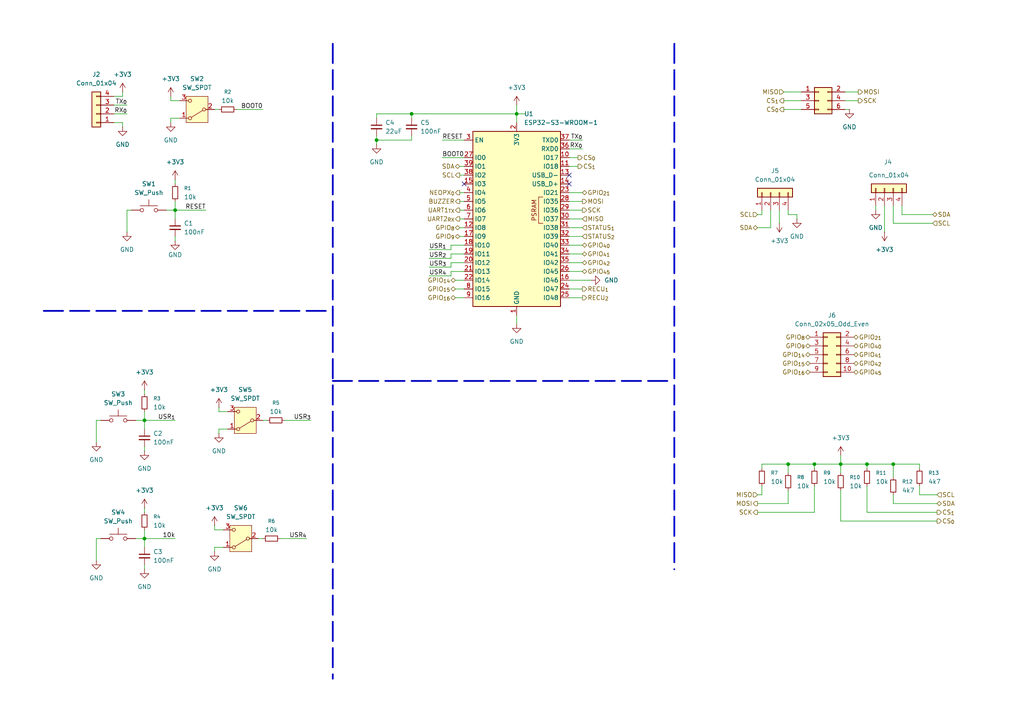
<source format=kicad_sch>
(kicad_sch (version 20250114) (generator "eeschema") (generator_version "9.0")
  (paper "A4")
  (lib_symbols
    (symbol "Connector_Generic:Conn_01x04" (pin_names (offset 1.016) (hide yes))
      (property "Reference" "J" (at 0 5.08 0))
      (property "Value" "Conn_01x04" (at 0 -7.62 0))
      (symbol "Conn_01x04_1_1"
        (rectangle (start -1.27 3.81) (end 1.27 -6.35) (stroke (width 0.254)) (fill (type background)))
        (rectangle (start -1.27 2.667) (end 0 2.413) (stroke (width 0.1524)))
        (rectangle (start -1.27 0.127) (end 0 -0.127) (stroke (width 0.1524)))
        (rectangle (start -1.27 -2.413) (end 0 -2.667) (stroke (width 0.1524)))
        (rectangle (start -1.27 -4.953) (end 0 -5.207) (stroke (width 0.1524)))
        (pin passive line (at -5.08 2.54 0) (length 3.81) (name "Pin_1") (number "1"))
        (pin passive line (at -5.08 0 0) (length 3.81) (name "Pin_2") (number "2"))
        (pin passive line (at -5.08 -2.54 0) (length 3.81) (name "Pin_3") (number "3"))
        (pin passive line (at -5.08 -5.08 0) (length 3.81) (name "Pin_4") (number "4"))
      )
    )
    (symbol "Connector_Generic:Conn_02x03_Odd_Even" (pin_names (offset 1.016) (hide yes))
      (property "Reference" "J" (at 1.27 5.08 0))
      (property "Value" "Conn_02x03_Odd_Even" (at 1.27 -5.08 0))
      (symbol "Conn_02x03_Odd_Even_1_1"
        (rectangle (start -1.27 3.81) (end 3.81 -3.81) (stroke (width 0.254)) (fill (type background)))
        (rectangle (start -1.27 2.667) (end 0 2.413) (stroke (width 0.1524)))
        (rectangle (start -1.27 0.127) (end 0 -0.127) (stroke (width 0.1524)))
        (rectangle (start -1.27 -2.413) (end 0 -2.667) (stroke (width 0.1524)))
        (rectangle (start 3.81 2.667) (end 2.54 2.413) (stroke (width 0.1524)))
        (rectangle (start 3.81 0.127) (end 2.54 -0.127) (stroke (width 0.1524)))
        (rectangle (start 3.81 -2.413) (end 2.54 -2.667) (stroke (width 0.1524)))
        (pin passive line (at -5.08 2.54 0) (length 3.81) (name "Pin_1") (number "1"))
        (pin passive line (at -5.08 0 0) (length 3.81) (name "Pin_3") (number "3"))
        (pin passive line (at -5.08 -2.54 0) (length 3.81) (name "Pin_5") (number "5"))
        (pin passive line (at 7.62 2.54 180) (length 3.81) (name "Pin_2") (number "2"))
        (pin passive line (at 7.62 0 180) (length 3.81) (name "Pin_4") (number "4"))
        (pin passive line (at 7.62 -2.54 180) (length 3.81) (name "Pin_6") (number "6"))
      )
    )
    (symbol "Connector_Generic:Conn_02x05_Odd_Even" (pin_names (offset 1.016) (hide yes))
      (property "Reference" "J" (at 1.27 7.62 0))
      (property "Value" "Conn_02x05_Odd_Even" (at 1.27 -7.62 0))
      (symbol "Conn_02x05_Odd_Even_1_1"
        (rectangle (start -1.27 6.35) (end 3.81 -6.35) (stroke (width 0.254)) (fill (type background)))
        (rectangle (start -1.27 5.207) (end 0 4.953) (stroke (width 0.1524)))
        (rectangle (start -1.27 2.667) (end 0 2.413) (stroke (width 0.1524)))
        (rectangle (start -1.27 0.127) (end 0 -0.127) (stroke (width 0.1524)))
        (rectangle (start -1.27 -2.413) (end 0 -2.667) (stroke (width 0.1524)))
        (rectangle (start -1.27 -4.953) (end 0 -5.207) (stroke (width 0.1524)))
        (rectangle (start 3.81 5.207) (end 2.54 4.953) (stroke (width 0.1524)))
        (rectangle (start 3.81 2.667) (end 2.54 2.413) (stroke (width 0.1524)))
        (rectangle (start 3.81 0.127) (end 2.54 -0.127) (stroke (width 0.1524)))
        (rectangle (start 3.81 -2.413) (end 2.54 -2.667) (stroke (width 0.1524)))
        (rectangle (start 3.81 -4.953) (end 2.54 -5.207) (stroke (width 0.1524)))
        (pin passive line (at -5.08 5.08 0) (length 3.81) (name "Pin_1") (number "1"))
        (pin passive line (at -5.08 2.54 0) (length 3.81) (name "Pin_3") (number "3"))
        (pin passive line (at -5.08 0 0) (length 3.81) (name "Pin_5") (number "5"))
        (pin passive line (at -5.08 -2.54 0) (length 3.81) (name "Pin_7") (number "7"))
        (pin passive line (at -5.08 -5.08 0) (length 3.81) (name "Pin_9") (number "9"))
        (pin passive line (at 7.62 5.08 180) (length 3.81) (name "Pin_2") (number "2"))
        (pin passive line (at 7.62 2.54 180) (length 3.81) (name "Pin_4") (number "4"))
        (pin passive line (at 7.62 0 180) (length 3.81) (name "Pin_6") (number "6"))
        (pin passive line (at 7.62 -2.54 180) (length 3.81) (name "Pin_8") (number "8"))
        (pin passive line (at 7.62 -5.08 180) (length 3.81) (name "Pin_10") (number "10"))
      )
    )
    (symbol "Device:C_Small" (pin_numbers (hide yes)) (pin_names (offset 0.254) (hide yes))
      (property "Reference" "C" (at 0.254 1.778 0))
      (property "Value" "C_Small" (at 0.254 -2.032 0))
      (symbol "C_Small_0_1"
        (polyline (pts (xy -1.524 0.508) (xy 1.524 0.508)) (stroke (width 0.3048)))
        (polyline (pts (xy -1.524 -0.508) (xy 1.524 -0.508)) (stroke (width 0.3302)))
      )
      (symbol "C_Small_1_1"
        (pin passive line (at 0 2.54 270) (length 2.032) (name "~") (number "1"))
        (pin passive line (at 0 -2.54 90) (length 2.032) (name "~") (number "2"))
      )
    )
    (symbol "Device:R_Small" (pin_numbers (hide yes)) (pin_names (offset 0.254) (hide yes))
      (property "Reference" "R" (at 0 0 90))
      (property "Value" "R_Small" (at 1.778 0 90))
      (symbol "R_Small_0_1"
        (rectangle (start -0.762 1.778) (end 0.762 -1.778) (stroke (width 0.2032)))
      )
      (symbol "R_Small_1_1"
        (pin passive line (at 0 2.54 270) (length 0.762) (name "~") (number "1"))
        (pin passive line (at 0 -2.54 90) (length 0.762) (name "~") (number "2"))
      )
    )
    (symbol "RF_Module:ESP32-S3-WROOM-1"
      (property "Reference" "U" (at -12.7 26.67 0))
      (property "Value" "ESP32-S3-WROOM-1" (at 12.7 26.67 0))
      (symbol "ESP32-S3-WROOM-1_0_0"
        (rectangle (start -12.7 25.4) (end 12.7 -25.4) (stroke (width 0.254)) (fill (type background)))
        (text "PSRAM" (at 5.08 2.54 900) (effects (font (size 1.27 1.27))))
      )
      (symbol "ESP32-S3-WROOM-1_0_1"
        (polyline (pts (xy 7.62 -1.27) (xy 6.35 -1.27) (xy 6.35 6.35) (xy 7.62 6.35)))
      )
      (symbol "ESP32-S3-WROOM-1_1_1"
        (pin input line (at -15.24 22.86 0) (length 2.54) (name "EN") (number "3"))
        (pin bidirectional line (at -15.24 17.78 0) (length 2.54) (name "IO0") (number "27"))
        (pin bidirectional line (at -15.24 15.24 0) (length 2.54) (name "IO1") (number "39"))
        (pin bidirectional line (at -15.24 12.7 0) (length 2.54) (name "IO2") (number "38"))
        (pin bidirectional line (at -15.24 10.16 0) (length 2.54) (name "IO3") (number "15"))
        (pin bidirectional line (at -15.24 7.62 0) (length 2.54) (name "IO4") (number "4"))
        (pin bidirectional line (at -15.24 5.08 0) (length 2.54) (name "IO5") (number "5"))
        (pin bidirectional line (at -15.24 2.54 0) (length 2.54) (name "IO6") (number "6"))
        (pin bidirectional line (at -15.24 0 0) (length 2.54) (name "IO7") (number "7"))
        (pin bidirectional line (at -15.24 -2.54 0) (length 2.54) (name "IO8") (number "12"))
        (pin bidirectional line (at -15.24 -5.08 0) (length 2.54) (name "IO9") (number "17"))
        (pin bidirectional line (at -15.24 -7.62 0) (length 2.54) (name "IO10") (number "18"))
        (pin bidirectional line (at -15.24 -10.16 0) (length 2.54) (name "IO11") (number "19"))
        (pin bidirectional line (at -15.24 -12.7 0) (length 2.54) (name "IO12") (number "20"))
        (pin bidirectional line (at -15.24 -15.24 0) (length 2.54) (name "IO13") (number "21"))
        (pin bidirectional line (at -15.24 -17.78 0) (length 2.54) (name "IO14") (number "22"))
        (pin bidirectional line (at -15.24 -20.32 0) (length 2.54) (name "IO15") (number "8"))
        (pin bidirectional line (at -15.24 -22.86 0) (length 2.54) (name "IO16") (number "9"))
        (pin power_in line (at 0 27.94 270) (length 2.54) (name "3V3") (number "2"))
        (pin power_in line (at 0 -27.94 90) (length 2.54) (name "GND") (number "1"))
        (pin passive line (at 0 -27.94 90) (length 2.54) (hide yes) (name "GND") (number "40"))
        (pin passive line (at 0 -27.94 90) (length 2.54) (hide yes) (name "GND") (number "41"))
        (pin bidirectional line (at 15.24 22.86 180) (length 2.54) (name "TXD0") (number "37"))
        (pin bidirectional line (at 15.24 20.32 180) (length 2.54) (name "RXD0") (number "36"))
        (pin bidirectional line (at 15.24 17.78 180) (length 2.54) (name "IO17") (number "10"))
        (pin bidirectional line (at 15.24 15.24 180) (length 2.54) (name "IO18") (number "11"))
        (pin bidirectional line (at 15.24 12.7 180) (length 2.54) (name "USB_D-") (number "13"))
        (pin bidirectional line (at 15.24 10.16 180) (length 2.54) (name "USB_D+") (number "14"))
        (pin bidirectional line (at 15.24 7.62 180) (length 2.54) (name "IO21") (number "23"))
        (pin bidirectional line (at 15.24 5.08 180) (length 2.54) (name "IO35") (number "28"))
        (pin bidirectional line (at 15.24 2.54 180) (length 2.54) (name "IO36") (number "29"))
        (pin bidirectional line (at 15.24 0 180) (length 2.54) (name "IO37") (number "30"))
        (pin bidirectional line (at 15.24 -2.54 180) (length 2.54) (name "IO38") (number "31"))
        (pin bidirectional line (at 15.24 -5.08 180) (length 2.54) (name "IO39") (number "32"))
        (pin bidirectional line (at 15.24 -7.62 180) (length 2.54) (name "IO40") (number "33"))
        (pin bidirectional line (at 15.24 -10.16 180) (length 2.54) (name "IO41") (number "34"))
        (pin bidirectional line (at 15.24 -12.7 180) (length 2.54) (name "IO42") (number "35"))
        (pin bidirectional line (at 15.24 -15.24 180) (length 2.54) (name "IO45") (number "26"))
        (pin bidirectional line (at 15.24 -17.78 180) (length 2.54) (name "IO46") (number "16"))
        (pin bidirectional line (at 15.24 -20.32 180) (length 2.54) (name "IO47") (number "24"))
        (pin bidirectional line (at 15.24 -22.86 180) (length 2.54) (name "IO48") (number "25"))
      )
    )
    (symbol "Switch:SW_Push" (pin_numbers (hide yes)) (pin_names (offset 1.016) (hide yes))
      (property "Reference" "SW" (at 1.27 2.54 0))
      (property "Value" "SW_Push" (at 0 -1.524 0))
      (symbol "SW_Push_0_1"
        (circle (center -2.032 0) (radius 0.508))
        (polyline (pts (xy 0 1.27) (xy 0 3.048)))
        (circle (center 2.032 0) (radius 0.508))
        (polyline (pts (xy 2.54 1.27) (xy -2.54 1.27)))
        (pin passive line (at -5.08 0 0) (length 2.54) (name "1") (number "1"))
        (pin passive line (at 5.08 0 180) (length 2.54) (name "2") (number "2"))
      )
    )
    (symbol "Switch:SW_SPDT" (pin_names (offset 0) (hide yes))
      (property "Reference" "SW" (at 0 5.08 0))
      (property "Value" "SW_SPDT" (at 0 -5.08 0))
      (symbol "SW_SPDT_0_1"
        (circle (center -2.032 0) (radius 0.4572))
        (polyline (pts (xy -1.651 0.254) (xy 1.651 2.286)))
        (circle (center 2.032 2.54) (radius 0.4572))
        (circle (center 2.032 -2.54) (radius 0.4572))
      )
      (symbol "SW_SPDT_1_1"
        (rectangle (start -3.175 3.81) (end 3.175 -3.81) (fill (type background)))
        (pin passive line (at -5.08 0 0) (length 2.54) (name "B") (number "2"))
        (pin passive line (at 5.08 2.54 180) (length 2.54) (name "A") (number "1"))
        (pin passive line (at 5.08 -2.54 180) (length 2.54) (name "C") (number "3"))
      )
    )
    (symbol "power:+3V3" (power) (pin_numbers (hide yes)) (pin_names (offset 0) (hide yes))
      (property "Value" "+3V3" (at 0 3.556 0))
      (symbol "+3V3_0_1"
        (polyline (pts (xy -0.762 1.27) (xy 0 2.54)))
        (polyline (pts (xy 0 2.54) (xy 0.762 1.27)))
        (polyline (pts (xy 0 0) (xy 0 2.54)))
      )
      (symbol "+3V3_1_1"
        (pin power_in line (at 0 0 90) (length 0) (name "~") (number "1"))
      )
    )
    (symbol "power:GND" (power) (pin_numbers (hide yes)) (pin_names (offset 0) (hide yes))
      (property "Value" "GND" (at 0 -3.81 0))
      (symbol "GND_0_1"
        (polyline (pts (xy 0 0) (xy 0 -1.27) (xy 1.27 -1.27) (xy 0 -2.54) (xy -1.27 -1.27) (xy 0 -1.27)))
      )
      (symbol "GND_1_1"
        (pin power_in line (at 0 0 270) (length 0) (name "~") (number "1"))
      )
    )
  )
  (junction (at 50.8 60.96))
  (junction (at 109.22 40.64))
  (junction (at 41.91 121.92))
  (junction (at 228.6 134.62))
  (junction (at 259.08 134.62))
  (junction (at 119.38 33.02))
  (junction (at 149.86 33.02))
  (junction (at 251.46 134.62))
  (junction (at 236.22 134.62))
  (junction (at 243.84 134.62))
  (junction (at 41.91 156.21))
  (no_connect (at 134.62 53.34))
  (no_connect (at 165.1 53.34))
  (no_connect (at 165.1 50.8))
  (wire (pts (xy 132.08 83.82) (xy 134.62 83.82)))
  (wire (pts (xy 251.46 135.89) (xy 251.46 134.62)))
  (wire (pts (xy 41.91 130.81) (xy 41.91 129.54)))
  (polyline (pts (xy 12.7 90.17) (xy 96.52 90.17)) (stroke (width 0.508) (type dash)))
  (wire (pts (xy 132.08 86.36) (xy 134.62 86.36)))
  (wire (pts (xy 219.71 146.05) (xy 228.6 146.05)))
  (wire (pts (xy 33.02 33.02) (xy 36.83 33.02)))
  (wire (pts (xy 167.64 45.72) (xy 165.1 45.72)))
  (wire (pts (xy 63.5 125.73) (xy 63.5 124.46)))
  (wire (pts (xy 251.46 140.97) (xy 251.46 148.59)))
  (wire (pts (xy 49.53 34.29) (xy 52.07 34.29)))
  (wire (pts (xy 76.2 121.92) (xy 77.47 121.92)))
  (wire (pts (xy 168.91 40.64) (xy 165.1 40.64)))
  (wire (pts (xy 133.35 58.42) (xy 134.62 58.42)))
  (wire (pts (xy 124.46 74.93) (xy 130.81 74.93)))
  (wire (pts (xy 74.93 156.21) (xy 76.2 156.21)))
  (wire (pts (xy 128.27 40.64) (xy 134.62 40.64)))
  (wire (pts (xy 109.22 33.02) (xy 119.38 33.02)))
  (wire (pts (xy 50.8 121.92) (xy 41.91 121.92)))
  (wire (pts (xy 243.84 142.24) (xy 243.84 151.13)))
  (wire (pts (xy 124.46 77.47) (xy 130.81 77.47)))
  (wire (pts (xy 130.81 71.12) (xy 134.62 71.12)))
  (wire (pts (xy 243.84 134.62) (xy 243.84 132.08)))
  (wire (pts (xy 231.14 62.23) (xy 228.6 62.23)))
  (wire (pts (xy 236.22 148.59) (xy 236.22 140.97)))
  (wire (pts (xy 228.6 146.05) (xy 228.6 142.24)))
  (wire (pts (xy 165.1 66.04) (xy 168.91 66.04)))
  (wire (pts (xy 109.22 40.64) (xy 119.38 40.64)))
  (wire (pts (xy 50.8 53.34) (xy 50.8 52.07)))
  (wire (pts (xy 109.22 40.64) (xy 109.22 39.37)))
  (wire (pts (xy 165.1 86.36) (xy 168.91 86.36)))
  (wire (pts (xy 35.56 26.67) (xy 35.56 27.94)))
  (wire (pts (xy 130.81 78.74) (xy 134.62 78.74)))
  (wire (pts (xy 243.84 134.62) (xy 236.22 134.62)))
  (wire (pts (xy 133.35 55.88) (xy 134.62 55.88)))
  (wire (pts (xy 149.86 33.02) (xy 149.86 35.56)))
  (wire (pts (xy 50.8 156.21) (xy 41.91 156.21)))
  (wire (pts (xy 27.94 156.21) (xy 29.21 156.21)))
  (wire (pts (xy 133.35 66.04) (xy 134.62 66.04)))
  (wire (pts (xy 133.35 63.5) (xy 134.62 63.5)))
  (wire (pts (xy 266.7 143.51) (xy 271.78 143.51)))
  (wire (pts (xy 165.1 78.74) (xy 168.91 78.74)))
  (wire (pts (xy 88.9 156.21) (xy 81.28 156.21)))
  (wire (pts (xy 167.64 48.26) (xy 165.1 48.26)))
  (wire (pts (xy 165.1 55.88) (xy 168.91 55.88)))
  (wire (pts (xy 62.23 160.02) (xy 62.23 158.75)))
  (wire (pts (xy 35.56 27.94) (xy 33.02 27.94)))
  (wire (pts (xy 165.1 76.2) (xy 168.91 76.2)))
  (wire (pts (xy 133.35 50.8) (xy 134.62 50.8)))
  (wire (pts (xy 165.1 73.66) (xy 168.91 73.66)))
  (polyline (pts (xy 195.58 12.7) (xy 195.58 165.1)) (stroke (width 0.508) (type dash)))
  (wire (pts (xy 41.91 148.59) (xy 41.91 147.32)))
  (wire (pts (xy 165.1 60.96) (xy 168.91 60.96)))
  (wire (pts (xy 76.2 31.75) (xy 68.58 31.75)))
  (polyline (pts (xy 96.52 110.49) (xy 194.31 110.49)) (stroke (width 0.508) (type dash)))
  (wire (pts (xy 227.33 31.75) (xy 232.41 31.75)))
  (wire (pts (xy 59.69 60.96) (xy 50.8 60.96)))
  (wire (pts (xy 220.98 134.62) (xy 228.6 134.62)))
  (wire (pts (xy 41.91 156.21) (xy 41.91 153.67)))
  (wire (pts (xy 41.91 158.75) (xy 41.91 156.21)))
  (wire (pts (xy 227.33 26.67) (xy 232.41 26.67)))
  (wire (pts (xy 245.11 26.67) (xy 248.92 26.67)))
  (wire (pts (xy 132.08 81.28) (xy 134.62 81.28)))
  (wire (pts (xy 50.8 63.5) (xy 50.8 60.96)))
  (wire (pts (xy 36.83 67.31) (xy 36.83 60.96)))
  (wire (pts (xy 63.5 124.46) (xy 66.04 124.46)))
  (wire (pts (xy 130.81 76.2) (xy 134.62 76.2)))
  (wire (pts (xy 62.23 158.75) (xy 64.77 158.75)))
  (wire (pts (xy 251.46 148.59) (xy 271.78 148.59)))
  (wire (pts (xy 133.35 48.26) (xy 134.62 48.26)))
  (wire (pts (xy 41.91 114.3) (xy 41.91 113.03)))
  (wire (pts (xy 124.46 72.39) (xy 130.81 72.39)))
  (wire (pts (xy 236.22 134.62) (xy 228.6 134.62)))
  (wire (pts (xy 243.84 137.16) (xy 243.84 134.62)))
  (wire (pts (xy 39.37 121.92) (xy 41.91 121.92)))
  (wire (pts (xy 259.08 146.05) (xy 259.08 143.51)))
  (wire (pts (xy 119.38 33.02) (xy 149.86 33.02)))
  (wire (pts (xy 27.94 128.27) (xy 27.94 121.92)))
  (wire (pts (xy 228.6 134.62) (xy 228.6 137.16)))
  (wire (pts (xy 36.83 30.48) (xy 33.02 30.48)))
  (wire (pts (xy 133.35 68.58) (xy 134.62 68.58)))
  (wire (pts (xy 36.83 60.96) (xy 38.1 60.96)))
  (wire (pts (xy 63.5 118.11) (xy 63.5 119.38)))
  (wire (pts (xy 130.81 80.01) (xy 130.81 78.74)))
  (wire (pts (xy 165.1 43.18) (xy 168.91 43.18)))
  (wire (pts (xy 165.1 63.5) (xy 168.91 63.5)))
  (wire (pts (xy 227.33 29.21) (xy 232.41 29.21)))
  (wire (pts (xy 49.53 35.56) (xy 49.53 34.29)))
  (wire (pts (xy 219.71 62.23) (xy 220.98 62.23)))
  (wire (pts (xy 266.7 134.62) (xy 266.7 135.89)))
  (wire (pts (xy 266.7 143.51) (xy 266.7 140.97)))
  (wire (pts (xy 219.71 148.59) (xy 236.22 148.59)))
  (wire (pts (xy 220.98 62.23) (xy 220.98 60.96)))
  (wire (pts (xy 165.1 58.42) (xy 168.91 58.42)))
  (wire (pts (xy 48.26 60.96) (xy 50.8 60.96)))
  (wire (pts (xy 130.81 74.93) (xy 130.81 73.66)))
  (wire (pts (xy 231.14 62.23) (xy 231.14 63.5)))
  (wire (pts (xy 50.8 60.96) (xy 50.8 58.42)))
  (wire (pts (xy 246.38 31.75) (xy 245.11 31.75)))
  (wire (pts (xy 128.27 45.72) (xy 134.62 45.72)))
  (wire (pts (xy 261.62 59.69) (xy 261.62 62.23)))
  (wire (pts (xy 259.08 64.77) (xy 270.51 64.77)))
  (wire (pts (xy 228.6 62.23) (xy 228.6 60.96)))
  (wire (pts (xy 49.53 29.21) (xy 52.07 29.21)))
  (wire (pts (xy 133.35 60.96) (xy 134.62 60.96)))
  (wire (pts (xy 236.22 135.89) (xy 236.22 134.62)))
  (wire (pts (xy 243.84 134.62) (xy 251.46 134.62)))
  (wire (pts (xy 259.08 134.62) (xy 259.08 138.43)))
  (wire (pts (xy 50.8 69.85) (xy 50.8 68.58)))
  (wire (pts (xy 219.71 66.04) (xy 223.52 66.04)))
  (wire (pts (xy 152.4 33.02) (xy 149.86 33.02)))
  (wire (pts (xy 41.91 165.1) (xy 41.91 163.83)))
  (wire (pts (xy 35.56 35.56) (xy 33.02 35.56)))
  (wire (pts (xy 130.81 77.47) (xy 130.81 76.2)))
  (polyline (pts (xy 96.52 12.7) (xy 96.52 196.85)) (stroke (width 0.508) (type dash)))
  (wire (pts (xy 220.98 143.51) (xy 220.98 140.97)))
  (wire (pts (xy 41.91 124.46) (xy 41.91 121.92)))
  (wire (pts (xy 270.51 62.23) (xy 261.62 62.23)))
  (wire (pts (xy 259.08 59.69) (xy 259.08 64.77)))
  (wire (pts (xy 165.1 71.12) (xy 168.91 71.12)))
  (wire (pts (xy 35.56 36.83) (xy 35.56 35.56)))
  (wire (pts (xy 62.23 153.67) (xy 64.77 153.67)))
  (wire (pts (xy 119.38 40.64) (xy 119.38 39.37)))
  (wire (pts (xy 226.06 64.77) (xy 226.06 60.96)))
  (wire (pts (xy 39.37 156.21) (xy 41.91 156.21)))
  (wire (pts (xy 219.71 143.51) (xy 220.98 143.51)))
  (wire (pts (xy 165.1 83.82) (xy 168.91 83.82)))
  (wire (pts (xy 220.98 134.62) (xy 220.98 135.89)))
  (wire (pts (xy 165.1 68.58) (xy 168.91 68.58)))
  (wire (pts (xy 62.23 152.4) (xy 62.23 153.67)))
  (wire (pts (xy 271.78 146.05) (xy 259.08 146.05)))
  (wire (pts (xy 223.52 66.04) (xy 223.52 60.96)))
  (wire (pts (xy 49.53 27.94) (xy 49.53 29.21)))
  (wire (pts (xy 245.11 29.21) (xy 248.92 29.21)))
  (wire (pts (xy 124.46 80.01) (xy 130.81 80.01)))
  (wire (pts (xy 165.1 81.28) (xy 171.45 81.28)))
  (wire (pts (xy 119.38 33.02) (xy 119.38 34.29)))
  (wire (pts (xy 90.17 121.92) (xy 82.55 121.92)))
  (wire (pts (xy 254 60.96) (xy 254 59.69)))
  (wire (pts (xy 41.91 121.92) (xy 41.91 119.38)))
  (wire (pts (xy 149.86 93.98) (xy 149.86 91.44)))
  (wire (pts (xy 251.46 134.62) (xy 259.08 134.62)))
  (wire (pts (xy 149.86 30.48) (xy 149.86 33.02)))
  (wire (pts (xy 63.5 119.38) (xy 66.04 119.38)))
  (wire (pts (xy 27.94 121.92) (xy 29.21 121.92)))
  (wire (pts (xy 27.94 162.56) (xy 27.94 156.21)))
  (wire (pts (xy 130.81 73.66) (xy 134.62 73.66)))
  (wire (pts (xy 259.08 134.62) (xy 266.7 134.62)))
  (wire (pts (xy 130.81 72.39) (xy 130.81 71.12)))
  (wire (pts (xy 243.84 151.13) (xy 271.78 151.13)))
  (wire (pts (xy 256.54 67.31) (xy 256.54 59.69)))
  (wire (pts (xy 62.23 31.75) (xy 63.5 31.75)))
  (wire (pts (xy 109.22 41.91) (xy 109.22 40.64)))
  (wire (pts (xy 109.22 33.02) (xy 109.22 34.29)))
  (label "BOOT0" (at 128.27 45.72 0))
  (label "TX_{0}" (at 168.91 40.64 180))
  (label "10k" (at 50.8 156.21 180))
  (label "USR_{4}" (at 88.9 156.21 180))
  (label "" (at 168.91 55.88 0))
  (label "USR_{1}" (at 124.46 72.39 0))
  (label "RESET" (at 59.69 60.96 180))
  (label "TX_{0}" (at 36.83 30.48 180))
  (label "RX_{0}" (at 168.91 43.18 180))
  (label "USR_{1}" (at 50.8 121.92 180))
  (label "RESET" (at 128.27 40.64 0))
  (label "" (at 168.91 66.04 0))
  (label "USR_{3}" (at 90.17 121.92 180))
  (label "USR_{2}" (at 124.46 74.93 0))
  (label "BOOT0" (at 76.2 31.75 180))
  (label "RX_{0}" (at 36.83 33.02 180))
  (label "USR_{3}" (at 124.46 77.47 0))
  (label "USR_{4}" (at 124.46 80.01 0))
  (hierarchical_label "MOSI" (shape output) (at 248.92 26.67 0))
  (hierarchical_label "SCL" (shape input) (at 270.51 64.77 0))
  (hierarchical_label "GPIO_{45}" (shape bidirectional) (at 168.91 78.74 0))
  (hierarchical_label "CS_{0}" (shape output) (at 227.33 31.75 180))
  (hierarchical_label "GPIO_{8}" (shape bidirectional) (at 234.95 97.79 180))
  (hierarchical_label "GPIO_{14}" (shape bidirectional) (at 132.08 81.28 180))
  (hierarchical_label "GPIO_{40}" (shape bidirectional) (at 247.65 100.33 0))
  (hierarchical_label "GPIO_{9}" (shape bidirectional) (at 234.95 100.33 180))
  (hierarchical_label "SCL" (shape input) (at 271.78 143.51 0))
  (hierarchical_label "GPIO_{40}" (shape bidirectional) (at 168.91 71.12 0))
  (hierarchical_label "GPIO_{16}" (shape bidirectional) (at 234.95 107.95 180))
  (hierarchical_label "CS_{1}" (shape output) (at 227.33 29.21 180))
  (hierarchical_label "STATUS_{2}" (shape input) (at 168.91 68.58 0))
  (hierarchical_label "MOSI" (shape output) (at 168.91 58.42 0))
  (hierarchical_label "GPIO_{21}" (shape bidirectional) (at 168.91 55.88 0))
  (hierarchical_label "MISO" (shape input) (at 168.91 63.5 0))
  (hierarchical_label "CS_{1}" (shape output) (at 167.64 48.26 0))
  (hierarchical_label "MISO" (shape input) (at 227.33 26.67 180))
  (hierarchical_label "GPIO_{16}" (shape bidirectional) (at 132.08 86.36 180))
  (hierarchical_label "GPIO_{45}" (shape bidirectional) (at 247.65 107.95 0))
  (hierarchical_label "GPIO_{14}" (shape bidirectional) (at 234.95 102.87 180))
  (hierarchical_label "CS_{1}" (shape output) (at 271.78 148.59 0))
  (hierarchical_label "SDA" (shape bidirectional) (at 219.71 66.04 180))
  (hierarchical_label "MISO" (shape input) (at 219.71 143.51 180))
  (hierarchical_label "SCK" (shape output) (at 168.91 60.96 0))
  (hierarchical_label "SDA" (shape bidirectional) (at 270.51 62.23 0))
  (hierarchical_label "GPIO_{8}" (shape bidirectional) (at 133.35 66.04 180))
  (hierarchical_label "NEOPX_{0}" (shape output) (at 133.35 55.88 180))
  (hierarchical_label "GPIO_{42}" (shape bidirectional) (at 168.91 76.2 0))
  (hierarchical_label "GPIO_{21}" (shape bidirectional) (at 247.65 97.79 0))
  (hierarchical_label "RECU_{2}" (shape output) (at 168.91 86.36 0))
  (hierarchical_label "SDA" (shape bidirectional) (at 133.35 48.26 180))
  (hierarchical_label "GPIO_{9}" (shape bidirectional) (at 133.35 68.58 180))
  (hierarchical_label "UART2_{RX}" (shape output) (at 133.35 63.5 180))
  (hierarchical_label "MOSI" (shape output) (at 219.71 146.05 180))
  (hierarchical_label "SCK" (shape output) (at 219.71 148.59 180))
  (hierarchical_label "UART1_{TX}" (shape output) (at 133.35 60.96 180))
  (hierarchical_label "SCL" (shape input) (at 219.71 62.23 180))
  (hierarchical_label "SCL" (shape output) (at 133.35 50.8 180))
  (hierarchical_label "GPIO_{15}" (shape bidirectional) (at 132.08 83.82 180))
  (hierarchical_label "GPIO_{42}" (shape bidirectional) (at 247.65 105.41 0))
  (hierarchical_label "CS_{0}" (shape output) (at 271.78 151.13 0))
  (hierarchical_label "SDA" (shape bidirectional) (at 271.78 146.05 0))
  (hierarchical_label "RECU_{1}" (shape output) (at 168.91 83.82 0))
  (hierarchical_label "SCK" (shape output) (at 248.92 29.21 0))
  (hierarchical_label "GPIO_{41}" (shape bidirectional) (at 247.65 102.87 0))
  (hierarchical_label "CS_{0}" (shape output) (at 167.64 45.72 0))
  (hierarchical_label "GPIO_{41}" (shape bidirectional) (at 168.91 73.66 0))
  (hierarchical_label "BUZZER" (shape output) (at 133.35 58.42 180))
  (hierarchical_label "GPIO_{15}" (shape bidirectional) (at 234.95 105.41 180))
  (hierarchical_label "STATUS_{1}" (shape input) (at 168.91 66.04 0))
  (symbol (lib_id "power:+3V3") (at 226.06 64.77 180) (unit 1)
    (property "Reference" "#PWR025" (effects (hide yes)))
    (property "Value" "+3V3" (at 226.06 69.85 0))
    (property "Description" "Power symbol creates a global label with name \"+3V3\"" (effects (hide yes)))
  )
  (symbol (lib_id "Switch:SW_SPDT") (at 71.12 121.92 180) (unit 1)
    (property "Reference" "SW5" (at 71.12 113.03 0))
    (property "Value" "SW_SPDT" (at 71.12 115.57 0))
    (property "Description" "Switch, single pole double throw" (effects (hide yes)))
  )
  (symbol (lib_id "Connector_Generic:Conn_02x03_Odd_Even") (at 237.49 29.21 0) (unit 1)
    (property "Reference" "J3" (effects (hide yes)))
    (property "Value" "02x03" (effects (hide yes)))
    (property "Footprint" "Connector_PinHeader_2.54mm:PinHeader_1x03_P2.54mm_Vertical" (effects (hide yes)))
    (property "Description" "Generic connector, double row, 02x03, odd/even pin numbering scheme (row 1 odd numbers, row 2 even numbers), script generated (kicad-library-utils/schlib/autogen/connector/)" (effects (hide yes)))
  )
  (symbol (lib_id "Device:R_Small") (at 50.8 55.88 0) (unit 1)
    (property "Reference" "R1" (at 53.34 54.6099 0) (effects (font (size 1.016 1.016)) (justify left)))
    (property "Value" "10k" (at 53.34 57.1499 0) (effects (justify left)))
    (property "Footprint" "Resistor_SMD:R_0805_2012Metric" (effects (hide yes)))
    (property "Description" "Resistor, small symbol" (effects (hide yes)))
  )
  (symbol (lib_id "power:+3V3") (at 243.84 132.08 0) (unit 1)
    (property "Reference" "#PWR027" (effects (hide yes)))
    (property "Value" "+3V3" (at 243.84 127 0))
    (property "Description" "Power symbol creates a global label with name \"+3V3\"" (effects (hide yes)))
  )
  (symbol (lib_id "Device:R_Small") (at 259.08 140.97 180) (unit 1)
    (property "Reference" "R12" (at 261.62 139.6999 0) (effects (font (size 1.016 1.016)) (justify right)))
    (property "Value" "4k7" (at 261.62 142.2399 0) (effects (justify right)))
    (property "Footprint" "Resistor_SMD:R_0805_2012Metric" (effects (hide yes)))
    (property "Description" "Resistor, small symbol" (effects (hide yes)))
  )
  (symbol (lib_id "Connector_Generic:Conn_01x04") (at 223.52 55.88 90) (unit 1)
    (property "Reference" "J5" (at 224.79 49.53 90))
    (property "Value" "Conn_01x04" (at 224.79 52.07 90))
    (property "Footprint" "Connector_JST:JST_SH_BM04B-SRSS-TB_1x04-1MP_P1.00mm_Vertical" (effects (hide yes)))
    (property "Description" "Generic connector, single row, 01x04, script generated (kicad-library-utils/schlib/autogen/connector/)" (effects (hide yes)))
  )
  (symbol (lib_id "Device:R_Small") (at 228.6 139.7 180) (unit 1)
    (property "Reference" "R8" (at 231.14 138.4299 0) (effects (font (size 1.016 1.016)) (justify right)))
    (property "Value" "10k" (at 231.14 140.9699 0) (effects (justify right)))
    (property "Footprint" "Resistor_SMD:R_0805_2012Metric" (effects (hide yes)))
    (property "Description" "Resistor, small symbol" (effects (hide yes)))
  )
  (symbol (lib_id "Switch:SW_Push") (at 34.29 121.92 0) (unit 1)
    (property "Reference" "SW3" (at 34.29 114.3 0))
    (property "Value" "SW_Push" (at 34.29 116.84 0))
    (property "Footprint" "Button_Switch_SMD:SW_SPST_SKQG_WithStem" (effects (hide yes)))
    (property "Description" "Push button switch, generic, two pins" (effects (hide yes)))
  )
  (symbol (lib_id "power:GND") (at 109.22 41.91 0) (unit 1)
    (property "Reference" "#PWR024" (effects (hide yes)))
    (property "Value" "GND" (at 109.22 46.99 0))
    (property "Description" "Power symbol creates a global label with name \"GND\" , ground" (effects (hide yes)))
  )
  (symbol (lib_id "power:GND") (at 36.83 67.31 0) (unit 1)
    (property "Reference" "#PWR08" (effects (hide yes)))
    (property "Value" "GND" (at 36.83 72.39 0))
    (property "Description" "Power symbol creates a global label with name \"GND\" , ground" (effects (hide yes)))
  )
  (symbol (lib_id "power:GND") (at 254 60.96 0) (unit 1)
    (property "Reference" "#PWR022" (effects (hide yes)))
    (property "Value" "GND" (at 254 66.04 0))
    (property "Description" "Power symbol creates a global label with name \"GND\" , ground" (effects (hide yes)))
  )
  (symbol (lib_id "Device:C_Small") (at 41.91 127 0) (unit 1)
    (property "Reference" "C2" (at 44.45 125.7362 0) (effects (justify left)))
    (property "Value" "100nF" (at 44.45 128.2762 0) (effects (justify left)))
    (property "Footprint" "Resistor_SMD:R_0805_2012Metric" (effects (hide yes)))
    (property "Description" "Unpolarized capacitor, small symbol" (effects (hide yes)))
  )
  (symbol (lib_id "power:GND") (at 246.38 31.75 0) (unit 1)
    (property "Reference" "#PWR021" (effects (hide yes)))
    (property "Value" "GND" (at 246.38 36.83 0))
    (property "Description" "Power symbol creates a global label with name \"GND\" , ground" (effects (hide yes)))
  )
  (symbol (lib_id "Switch:SW_SPDT") (at 57.15 31.75 180) (unit 1)
    (property "Reference" "SW2" (at 57.15 22.86 0))
    (property "Value" "SW_SPDT" (at 57.15 25.4 0))
    (property "Description" "Switch, single pole double throw" (effects (hide yes)))
  )
  (symbol (lib_id "power:+3V3") (at 50.8 52.07 0) (unit 1)
    (property "Reference" "#PWR06" (effects (hide yes)))
    (property "Value" "+3V3" (at 50.8 46.99 0))
    (property "Description" "Power symbol creates a global label with name \"+3V3\"" (effects (hide yes)))
  )
  (symbol (lib_id "power:+3V3") (at 256.54 67.31 180) (unit 1)
    (property "Reference" "#PWR023" (effects (hide yes)))
    (property "Value" "+3V3" (at 256.54 72.39 0))
    (property "Description" "Power symbol creates a global label with name \"+3V3\"" (effects (hide yes)))
  )
  (symbol (lib_id "power:GND") (at 231.14 63.5 0) (unit 1)
    (property "Reference" "#PWR026" (effects (hide yes)))
    (property "Value" "GND" (at 231.14 68.58 0))
    (property "Description" "Power symbol creates a global label with name \"GND\" , ground" (effects (hide yes)))
  )
  (symbol (lib_id "Device:R_Small") (at 78.74 156.21 90) (unit 1)
    (property "Reference" "R6" (at 78.74 151.13 90) (effects (font (size 1.016 1.016))))
    (property "Value" "10k" (at 78.74 153.67 90))
    (property "Footprint" "Resistor_SMD:R_0805_2012Metric" (effects (hide yes)))
    (property "Description" "Resistor, small symbol" (effects (hide yes)))
  )
  (symbol (lib_id "Device:R_Small") (at 236.22 138.43 180) (unit 1)
    (property "Reference" "R9" (at 238.76 137.1599 0) (effects (font (size 1.016 1.016)) (justify right)))
    (property "Value" "10k" (at 238.76 139.6999 0) (effects (justify right)))
    (property "Footprint" "Resistor_SMD:R_0805_2012Metric" (effects (hide yes)))
    (property "Description" "Resistor, small symbol" (effects (hide yes)))
  )
  (symbol (lib_id "power:+3V3") (at 41.91 147.32 0) (unit 1)
    (property "Reference" "#PWR015" (effects (hide yes)))
    (property "Value" "+3V3" (at 41.91 142.24 0))
    (property "Description" "Power symbol creates a global label with name \"+3V3\"" (effects (hide yes)))
  )
  (symbol (lib_id "power:GND") (at 27.94 162.56 0) (unit 1)
    (property "Reference" "#PWR014" (effects (hide yes)))
    (property "Value" "GND" (at 27.94 167.64 0))
    (property "Description" "Power symbol creates a global label with name \"GND\" , ground" (effects (hide yes)))
  )
  (symbol (lib_id "RF_Module:ESP32-S3-WROOM-1") (at 149.86 63.5 0) (unit 1)
    (property "Reference" "U1" (at 152.0033 33.02 0) (effects (justify left)))
    (property "Value" "ESP32-S3-WROOM-1" (at 152.0033 35.56 0) (effects (justify left)))
    (property "Footprint" "RF_Module:ESP32-S3-WROOM-1U" (effects (hide yes)))
    (property "Datasheet" "https://www.espressif.com/sites/default/files/documentation/esp32-s3-wroom-1_wroom-1u_datasheet_en.pdf" (effects (hide yes)))
    (property "Description" "RF Module, ESP32-S3 SoC, Wi-Fi 802.11b/g/n, Bluetooth, BLE, 32-bit, 3.3V, onboard antenna, SMD" (effects (hide yes)))
  )
  (symbol (lib_id "power:GND") (at 62.23 160.02 0) (unit 1)
    (property "Reference" "#PWR020" (effects (hide yes)))
    (property "Value" "GND" (at 62.23 165.1 0))
    (property "Description" "Power symbol creates a global label with name \"GND\" , ground" (effects (hide yes)))
  )
  (symbol (lib_id "Device:R_Small") (at 266.7 138.43 180) (unit 1)
    (property "Reference" "R13" (at 269.24 137.1599 0) (effects (font (size 1.016 1.016)) (justify right)))
    (property "Value" "4k7" (at 269.24 139.6999 0) (effects (justify right)))
    (property "Footprint" "Resistor_SMD:R_0805_2012Metric" (effects (hide yes)))
    (property "Description" "Resistor, small symbol" (effects (hide yes)))
  )
  (symbol (lib_id "Connector_Generic:Conn_02x05_Odd_Even") (at 240.03 102.87 0) (unit 1)
    (property "Reference" "J6" (at 241.3 91.44 0))
    (property "Value" "Conn_02x05_Odd_Even" (at 241.3 93.98 0))
    (property "Footprint" "Connector_PinHeader_2.54mm:PinHeader_1x05_P2.54mm_Vertical" (effects (hide yes)))
    (property "Description" "Generic connector, double row, 02x05, odd/even pin numbering scheme (row 1 odd numbers, row 2 even numbers), script generated (kicad-library-utils/schlib/autogen/connector/)" (effects (hide yes)))
  )
  (symbol (lib_id "power:GND") (at 149.86 93.98 0) (unit 1)
    (property "Reference" "#PWR04" (effects (hide yes)))
    (property "Value" "GND" (at 149.86 99.06 0))
    (property "Description" "Power symbol creates a global label with name \"GND\" , ground" (effects (hide yes)))
  )
  (symbol (lib_id "Connector_Generic:Conn_01x04") (at 256.54 54.61 90) (unit 1)
    (property "Reference" "J4" (at 257.556 46.99 90))
    (property "Value" "Conn_01x04" (at 257.81 50.8 90))
    (property "Footprint" "Connector_PinHeader_2.54mm:PinHeader_1x04_P2.54mm_Vertical" (effects (hide yes)))
    (property "Description" "Generic connector, single row, 01x04, script generated (kicad-library-utils/schlib/autogen/connector/)" (effects (hide yes)))
  )
  (symbol (lib_id "power:GND") (at 49.53 35.56 0) (unit 1)
    (property "Reference" "#PWR010" (effects (hide yes)))
    (property "Value" "GND" (at 49.53 40.64 0))
    (property "Description" "Power symbol creates a global label with name \"GND\" , ground" (effects (hide yes)))
  )
  (symbol (lib_id "Device:C_Small") (at 109.22 36.83 0) (unit 1)
    (property "Reference" "C4" (at 111.76 35.5662 0) (effects (justify left)))
    (property "Value" "22uF" (at 111.76 38.1062 0) (effects (justify left)))
    (property "Footprint" "Resistor_SMD:R_0805_2012Metric" (effects (hide yes)))
    (property "Description" "Unpolarized capacitor, small symbol" (effects (hide yes)))
  )
  (symbol (lib_id "Device:R_Small") (at 41.91 151.13 0) (unit 1)
    (property "Reference" "R4" (at 44.45 149.8599 0) (effects (font (size 1.016 1.016)) (justify left)))
    (property "Value" "10k" (at 44.45 152.3999 0) (effects (justify left)))
    (property "Footprint" "Resistor_SMD:R_0805_2012Metric" (effects (hide yes)))
    (property "Description" "Resistor, small symbol" (effects (hide yes)))
  )
  (symbol (lib_id "power:GND") (at 27.94 128.27 0) (unit 1)
    (property "Reference" "#PWR011" (effects (hide yes)))
    (property "Value" "GND" (at 27.94 133.35 0))
    (property "Description" "Power symbol creates a global label with name \"GND\" , ground" (effects (hide yes)))
  )
  (symbol (lib_id "Device:R_Small") (at 80.01 121.92 90) (unit 1)
    (property "Reference" "R5" (at 80.01 116.84 90) (effects (font (size 1.016 1.016))))
    (property "Value" "10k" (at 80.01 119.38 90))
    (property "Footprint" "Resistor_SMD:R_0805_2012Metric" (effects (hide yes)))
    (property "Description" "Resistor, small symbol" (effects (hide yes)))
  )
  (symbol (lib_id "power:GND") (at 171.45 81.28 90) (unit 1)
    (property "Reference" "#PWR05" (effects (hide yes)))
    (property "Value" "GND" (at 175.26 81.2799 90) (effects (justify right)))
    (property "Description" "Power symbol creates a global label with name \"GND\" , ground" (effects (hide yes)))
  )
  (symbol (lib_id "Device:R_Small") (at 220.98 138.43 180) (unit 1)
    (property "Reference" "R7" (at 223.52 137.1599 0) (effects (font (size 1.016 1.016)) (justify right)))
    (property "Value" "10k" (at 223.52 139.6999 0) (effects (justify right)))
    (property "Footprint" "Resistor_SMD:R_0805_2012Metric" (effects (hide yes)))
    (property "Description" "Resistor, small symbol" (effects (hide yes)))
  )
  (symbol (lib_id "power:+3V3") (at 149.86 30.48 0) (unit 1)
    (property "Reference" "#PWR03" (effects (hide yes)))
    (property "Value" "+3V3" (at 149.86 25.4 0))
    (property "Description" "Power symbol creates a global label with name \"+3V3\"" (effects (hide yes)))
  )
  (symbol (lib_id "power:GND") (at 41.91 165.1 0) (unit 1)
    (property "Reference" "#PWR016" (effects (hide yes)))
    (property "Value" "GND" (at 41.91 170.18 0))
    (property "Description" "Power symbol creates a global label with name \"GND\" , ground" (effects (hide yes)))
  )
  (symbol (lib_id "power:GND") (at 35.56 36.83 0) (unit 1)
    (property "Reference" "#PWR01" (effects (hide yes)))
    (property "Value" "GND" (at 35.56 41.91 0))
    (property "Description" "Power symbol creates a global label with name \"GND\" , ground" (effects (hide yes)))
  )
  (symbol (lib_id "Device:R_Small") (at 66.04 31.75 90) (unit 1)
    (property "Reference" "R2" (at 66.04 26.67 90) (effects (font (size 1.016 1.016))))
    (property "Value" "10k" (at 66.04 29.21 90))
    (property "Footprint" "Resistor_SMD:R_0805_2012Metric" (effects (hide yes)))
    (property "Description" "Resistor, small symbol" (effects (hide yes)))
  )
  (symbol (lib_id "Switch:SW_Push") (at 34.29 156.21 0) (unit 1)
    (property "Reference" "SW4" (at 34.29 148.59 0))
    (property "Value" "SW_Push" (at 34.29 151.13 0))
    (property "Footprint" "Button_Switch_SMD:SW_SPST_SKQG_WithStem" (effects (hide yes)))
    (property "Description" "Push button switch, generic, two pins" (effects (hide yes)))
  )
  (symbol (lib_id "Device:R_Small") (at 243.84 139.7 180) (unit 1)
    (property "Reference" "R10" (at 246.38 138.4299 0) (effects (font (size 1.016 1.016)) (justify right)))
    (property "Value" "10k" (at 246.38 140.9699 0) (effects (justify right)))
    (property "Footprint" "Resistor_SMD:R_0805_2012Metric" (effects (hide yes)))
    (property "Description" "Resistor, small symbol" (effects (hide yes)))
  )
  (symbol (lib_id "Switch:SW_SPDT") (at 69.85 156.21 180) (unit 1)
    (property "Reference" "SW6" (at 69.85 147.32 0))
    (property "Value" "SW_SPDT" (at 69.85 149.86 0))
    (property "Description" "Switch, single pole double throw" (effects (hide yes)))
  )
  (symbol (lib_id "Device:C_Small") (at 50.8 66.04 0) (unit 1)
    (property "Reference" "C1" (at 53.34 64.7762 0) (effects (justify left)))
    (property "Value" "100nF" (at 53.34 67.3162 0) (effects (justify left)))
    (property "Footprint" "Resistor_SMD:R_0805_2012Metric" (effects (hide yes)))
    (property "Description" "Unpolarized capacitor, small symbol" (effects (hide yes)))
  )
  (symbol (lib_id "power:+3V3") (at 62.23 152.4 0) (unit 1)
    (property "Reference" "#PWR019" (effects (hide yes)))
    (property "Value" "+3V3" (at 62.23 147.32 0))
    (property "Description" "Power symbol creates a global label with name \"+3V3\"" (effects (hide yes)))
  )
  (symbol (lib_id "Device:C_Small") (at 119.38 36.83 0) (unit 1)
    (property "Reference" "C5" (at 121.92 35.5662 0) (effects (justify left)))
    (property "Value" "100nF" (at 121.92 38.1062 0) (effects (justify left)))
    (property "Footprint" "Resistor_SMD:R_0805_2012Metric" (effects (hide yes)))
    (property "Description" "Unpolarized capacitor, small symbol" (effects (hide yes)))
  )
  (symbol (lib_id "power:+3V3") (at 41.91 113.03 0) (unit 1)
    (property "Reference" "#PWR012" (effects (hide yes)))
    (property "Value" "+3V3" (at 41.91 107.95 0))
    (property "Description" "Power symbol creates a global label with name \"+3V3\"" (effects (hide yes)))
  )
  (symbol (lib_id "power:+3V3") (at 35.56 26.67 0) (unit 1)
    (property "Reference" "#PWR02" (effects (hide yes)))
    (property "Value" "+3V3" (at 35.56 21.59 0))
    (property "Description" "Power symbol creates a global label with name \"+3V3\"" (effects (hide yes)))
  )
  (symbol (lib_id "power:+3V3") (at 49.53 27.94 0) (unit 1)
    (property "Reference" "#PWR09" (effects (hide yes)))
    (property "Value" "+3V3" (at 49.53 22.86 0))
    (property "Description" "Power symbol creates a global label with name \"+3V3\"" (effects (hide yes)))
  )
  (symbol (lib_id "Connector_Generic:Conn_01x04") (at 27.94 33.02 180) (unit 1)
    (property "Reference" "J2" (at 27.94 21.59 0))
    (property "Value" "Conn_01x04" (at 27.94 24.13 0))
    (property "Footprint" "Connector_PinHeader_2.54mm:PinHeader_1x04_P2.54mm_Vertical" (effects (hide yes)))
    (property "Description" "Generic connector, single row, 01x04, script generated (kicad-library-utils/schlib/autogen/connector/)" (effects (hide yes)))
  )
  (symbol (lib_id "power:GND") (at 50.8 69.85 0) (unit 1)
    (property "Reference" "#PWR07" (effects (hide yes)))
    (property "Value" "GND" (at 50.8 73.914 0))
    (property "Description" "Power symbol creates a global label with name \"GND\" , ground" (effects (hide yes)))
  )
  (symbol (lib_id "Device:R_Small") (at 251.46 138.43 180) (unit 1)
    (property "Reference" "R11" (at 254 137.1599 0) (effects (font (size 1.016 1.016)) (justify right)))
    (property "Value" "10k" (at 254 139.6999 0) (effects (justify right)))
    (property "Footprint" "Resistor_SMD:R_0805_2012Metric" (effects (hide yes)))
    (property "Description" "Resistor, small symbol" (effects (hide yes)))
  )
  (symbol (lib_id "power:GND") (at 63.5 125.73 0) (unit 1)
    (property "Reference" "#PWR018" (effects (hide yes)))
    (property "Value" "GND" (at 63.5 130.81 0))
    (property "Description" "Power symbol creates a global label with name \"GND\" , ground" (effects (hide yes)))
  )
  (symbol (lib_id "power:GND") (at 41.91 130.81 0) (unit 1)
    (property "Reference" "#PWR013" (effects (hide yes)))
    (property "Value" "GND" (at 41.91 135.89 0))
    (property "Description" "Power symbol creates a global label with name \"GND\" , ground" (effects (hide yes)))
  )
  (symbol (lib_id "power:+3V3") (at 63.5 118.11 0) (unit 1)
    (property "Reference" "#PWR017" (effects (hide yes)))
    (property "Value" "+3V3" (at 63.5 113.03 0))
    (property "Description" "Power symbol creates a global label with name \"+3V3\"" (effects (hide yes)))
  )
  (symbol (lib_id "Switch:SW_Push") (at 43.18 60.96 0) (unit 1)
    (property "Reference" "SW1" (at 43.18 53.34 0))
    (property "Value" "SW_Push" (at 43.18 55.88 0))
    (property "Footprint" "Button_Switch_SMD:SW_SPST_SKQG_WithoutStem" (effects (hide yes)))
    (property "Description" "Push button switch, generic, two pins" (effects (hide yes)))
  )
  (symbol (lib_id "Device:C_Small") (at 41.91 161.29 0) (unit 1)
    (property "Reference" "C3" (at 44.45 160.0262 0) (effects (justify left)))
    (property "Value" "100nF" (at 44.45 162.5662 0) (effects (justify left)))
    (property "Footprint" "Resistor_SMD:R_0805_2012Metric" (effects (hide yes)))
    (property "Description" "Unpolarized capacitor, small symbol" (effects (hide yes)))
  )
  (symbol (lib_id "Device:R_Small") (at 41.91 116.84 0) (unit 1)
    (property "Reference" "R3" (at 44.45 115.5699 0) (effects (font (size 1.016 1.016)) (justify left)))
    (property "Value" "10k" (at 44.45 118.1099 0) (effects (justify left)))
    (property "Footprint" "Resistor_SMD:R_0805_2012Metric" (effects (hide yes)))
    (property "Description" "Resistor, small symbol" (effects (hide yes)))
  )
)
</source>
